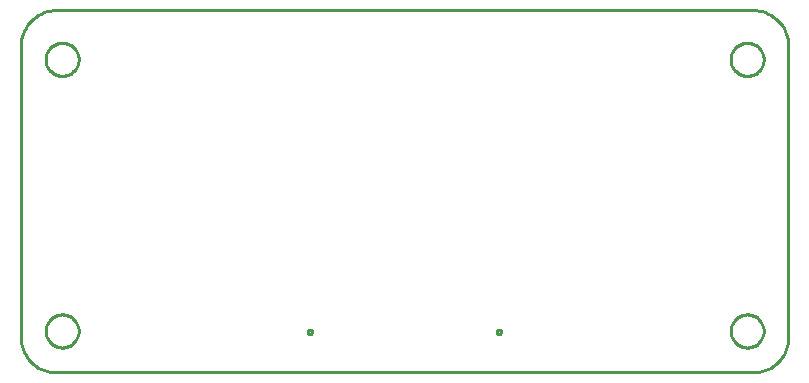
<source format=gbr>
G04 EAGLE Gerber RS-274X export*
G75*
%MOMM*%
%FSLAX34Y34*%
%LPD*%
%IN*%
%IPPOS*%
%AMOC8*
5,1,8,0,0,1.08239X$1,22.5*%
G01*
%ADD10C,0.254000*%


D10*
X254Y30000D02*
X368Y27385D01*
X710Y24791D01*
X1276Y22235D01*
X2063Y19739D01*
X3065Y17321D01*
X4273Y15000D01*
X5679Y12793D01*
X7273Y10716D01*
X9041Y8787D01*
X10970Y7019D01*
X13047Y5425D01*
X15254Y4019D01*
X17575Y2811D01*
X19993Y1809D01*
X22489Y1022D01*
X25045Y456D01*
X27639Y114D01*
X30254Y0D01*
X620254Y0D01*
X622869Y114D01*
X625463Y456D01*
X628019Y1022D01*
X630515Y1809D01*
X632933Y2811D01*
X635254Y4019D01*
X637461Y5425D01*
X639538Y7019D01*
X641467Y8787D01*
X643235Y10716D01*
X644829Y12793D01*
X646235Y15000D01*
X647443Y17321D01*
X648445Y19739D01*
X649232Y22235D01*
X649798Y24791D01*
X650140Y27385D01*
X650254Y30000D01*
X650254Y276604D01*
X650140Y279219D01*
X649798Y281813D01*
X649232Y284369D01*
X648445Y286865D01*
X647443Y289283D01*
X646235Y291604D01*
X644829Y293811D01*
X643235Y295888D01*
X641467Y297817D01*
X639538Y299585D01*
X637461Y301179D01*
X635254Y302585D01*
X632933Y303793D01*
X630515Y304795D01*
X628019Y305582D01*
X625463Y306148D01*
X622869Y306490D01*
X620254Y306604D01*
X30254Y306604D01*
X27639Y306490D01*
X25045Y306148D01*
X22489Y305582D01*
X19993Y304795D01*
X17575Y303793D01*
X15254Y302585D01*
X13047Y301179D01*
X10970Y299585D01*
X9041Y297817D01*
X7273Y295888D01*
X5679Y293811D01*
X4273Y291604D01*
X3065Y289283D01*
X2063Y286865D01*
X1276Y284369D01*
X710Y281813D01*
X368Y279219D01*
X254Y276604D01*
X254Y30000D01*
X247120Y34043D02*
X247043Y33657D01*
X246892Y33293D01*
X246674Y32965D01*
X246395Y32687D01*
X246067Y32468D01*
X245703Y32317D01*
X245317Y32240D01*
X244923Y32240D01*
X244537Y32317D01*
X244173Y32468D01*
X243845Y32687D01*
X243567Y32965D01*
X243348Y33293D01*
X243197Y33657D01*
X243120Y34043D01*
X243120Y34437D01*
X243197Y34823D01*
X243348Y35187D01*
X243567Y35515D01*
X243845Y35794D01*
X244173Y36012D01*
X244537Y36163D01*
X244923Y36240D01*
X245317Y36240D01*
X245703Y36163D01*
X246067Y36012D01*
X246395Y35794D01*
X246674Y35515D01*
X246892Y35187D01*
X247043Y34823D01*
X247120Y34437D01*
X247120Y34043D01*
X407120Y34043D02*
X407043Y33657D01*
X406892Y33293D01*
X406674Y32965D01*
X406395Y32687D01*
X406067Y32468D01*
X405703Y32317D01*
X405317Y32240D01*
X404923Y32240D01*
X404537Y32317D01*
X404173Y32468D01*
X403845Y32687D01*
X403567Y32965D01*
X403348Y33293D01*
X403197Y33657D01*
X403120Y34043D01*
X403120Y34437D01*
X403197Y34823D01*
X403348Y35187D01*
X403567Y35515D01*
X403845Y35794D01*
X404173Y36012D01*
X404537Y36163D01*
X404923Y36240D01*
X405317Y36240D01*
X405703Y36163D01*
X406067Y36012D01*
X406395Y35794D01*
X406674Y35515D01*
X406892Y35187D01*
X407043Y34823D01*
X407120Y34437D01*
X407120Y34043D01*
X49254Y264500D02*
X49183Y263503D01*
X49040Y262513D01*
X48828Y261536D01*
X48546Y260576D01*
X48197Y259639D01*
X47781Y258729D01*
X47302Y257852D01*
X46761Y257010D01*
X46162Y256210D01*
X45507Y255454D01*
X44800Y254747D01*
X44044Y254092D01*
X43244Y253493D01*
X42402Y252952D01*
X41525Y252473D01*
X40615Y252057D01*
X39678Y251708D01*
X38719Y251426D01*
X37741Y251214D01*
X36752Y251071D01*
X35754Y251000D01*
X34754Y251000D01*
X33757Y251071D01*
X32767Y251214D01*
X31790Y251426D01*
X30830Y251708D01*
X29893Y252057D01*
X28983Y252473D01*
X28106Y252952D01*
X27264Y253493D01*
X26464Y254092D01*
X25708Y254747D01*
X25001Y255454D01*
X24346Y256210D01*
X23747Y257010D01*
X23206Y257852D01*
X22727Y258729D01*
X22311Y259639D01*
X21962Y260576D01*
X21680Y261536D01*
X21468Y262513D01*
X21325Y263503D01*
X21254Y264500D01*
X21254Y265500D01*
X21325Y266498D01*
X21468Y267487D01*
X21680Y268465D01*
X21962Y269424D01*
X22311Y270361D01*
X22727Y271271D01*
X23206Y272148D01*
X23747Y272990D01*
X24346Y273790D01*
X25001Y274546D01*
X25708Y275253D01*
X26464Y275908D01*
X27264Y276507D01*
X28106Y277048D01*
X28983Y277527D01*
X29893Y277943D01*
X30830Y278292D01*
X31790Y278574D01*
X32767Y278786D01*
X33757Y278929D01*
X34754Y279000D01*
X35754Y279000D01*
X36752Y278929D01*
X37741Y278786D01*
X38719Y278574D01*
X39678Y278292D01*
X40615Y277943D01*
X41525Y277527D01*
X42402Y277048D01*
X43244Y276507D01*
X44044Y275908D01*
X44800Y275253D01*
X45507Y274546D01*
X46162Y273790D01*
X46761Y272990D01*
X47302Y272148D01*
X47781Y271271D01*
X48197Y270361D01*
X48546Y269424D01*
X48828Y268465D01*
X49040Y267487D01*
X49183Y266498D01*
X49254Y265500D01*
X49254Y264500D01*
X629254Y264500D02*
X629183Y263503D01*
X629040Y262513D01*
X628828Y261536D01*
X628546Y260576D01*
X628197Y259639D01*
X627781Y258729D01*
X627302Y257852D01*
X626761Y257010D01*
X626162Y256210D01*
X625507Y255454D01*
X624800Y254747D01*
X624044Y254092D01*
X623244Y253493D01*
X622402Y252952D01*
X621525Y252473D01*
X620615Y252057D01*
X619678Y251708D01*
X618719Y251426D01*
X617741Y251214D01*
X616752Y251071D01*
X615754Y251000D01*
X614754Y251000D01*
X613757Y251071D01*
X612767Y251214D01*
X611790Y251426D01*
X610830Y251708D01*
X609893Y252057D01*
X608983Y252473D01*
X608106Y252952D01*
X607264Y253493D01*
X606464Y254092D01*
X605708Y254747D01*
X605001Y255454D01*
X604346Y256210D01*
X603747Y257010D01*
X603206Y257852D01*
X602727Y258729D01*
X602311Y259639D01*
X601962Y260576D01*
X601680Y261536D01*
X601468Y262513D01*
X601325Y263503D01*
X601254Y264500D01*
X601254Y265500D01*
X601325Y266498D01*
X601468Y267487D01*
X601680Y268465D01*
X601962Y269424D01*
X602311Y270361D01*
X602727Y271271D01*
X603206Y272148D01*
X603747Y272990D01*
X604346Y273790D01*
X605001Y274546D01*
X605708Y275253D01*
X606464Y275908D01*
X607264Y276507D01*
X608106Y277048D01*
X608983Y277527D01*
X609893Y277943D01*
X610830Y278292D01*
X611790Y278574D01*
X612767Y278786D01*
X613757Y278929D01*
X614754Y279000D01*
X615754Y279000D01*
X616752Y278929D01*
X617741Y278786D01*
X618719Y278574D01*
X619678Y278292D01*
X620615Y277943D01*
X621525Y277527D01*
X622402Y277048D01*
X623244Y276507D01*
X624044Y275908D01*
X624800Y275253D01*
X625507Y274546D01*
X626162Y273790D01*
X626761Y272990D01*
X627302Y272148D01*
X627781Y271271D01*
X628197Y270361D01*
X628546Y269424D01*
X628828Y268465D01*
X629040Y267487D01*
X629183Y266498D01*
X629254Y265500D01*
X629254Y264500D01*
X629254Y34500D02*
X629183Y33503D01*
X629040Y32513D01*
X628828Y31536D01*
X628546Y30576D01*
X628197Y29639D01*
X627781Y28729D01*
X627302Y27852D01*
X626761Y27010D01*
X626162Y26210D01*
X625507Y25454D01*
X624800Y24747D01*
X624044Y24092D01*
X623244Y23493D01*
X622402Y22952D01*
X621525Y22473D01*
X620615Y22057D01*
X619678Y21708D01*
X618719Y21426D01*
X617741Y21214D01*
X616752Y21071D01*
X615754Y21000D01*
X614754Y21000D01*
X613757Y21071D01*
X612767Y21214D01*
X611790Y21426D01*
X610830Y21708D01*
X609893Y22057D01*
X608983Y22473D01*
X608106Y22952D01*
X607264Y23493D01*
X606464Y24092D01*
X605708Y24747D01*
X605001Y25454D01*
X604346Y26210D01*
X603747Y27010D01*
X603206Y27852D01*
X602727Y28729D01*
X602311Y29639D01*
X601962Y30576D01*
X601680Y31536D01*
X601468Y32513D01*
X601325Y33503D01*
X601254Y34500D01*
X601254Y35500D01*
X601325Y36498D01*
X601468Y37487D01*
X601680Y38465D01*
X601962Y39424D01*
X602311Y40361D01*
X602727Y41271D01*
X603206Y42148D01*
X603747Y42990D01*
X604346Y43790D01*
X605001Y44546D01*
X605708Y45253D01*
X606464Y45908D01*
X607264Y46507D01*
X608106Y47048D01*
X608983Y47527D01*
X609893Y47943D01*
X610830Y48292D01*
X611790Y48574D01*
X612767Y48786D01*
X613757Y48929D01*
X614754Y49000D01*
X615754Y49000D01*
X616752Y48929D01*
X617741Y48786D01*
X618719Y48574D01*
X619678Y48292D01*
X620615Y47943D01*
X621525Y47527D01*
X622402Y47048D01*
X623244Y46507D01*
X624044Y45908D01*
X624800Y45253D01*
X625507Y44546D01*
X626162Y43790D01*
X626761Y42990D01*
X627302Y42148D01*
X627781Y41271D01*
X628197Y40361D01*
X628546Y39424D01*
X628828Y38465D01*
X629040Y37487D01*
X629183Y36498D01*
X629254Y35500D01*
X629254Y34500D01*
X49254Y34500D02*
X49183Y33503D01*
X49040Y32513D01*
X48828Y31536D01*
X48546Y30576D01*
X48197Y29639D01*
X47781Y28729D01*
X47302Y27852D01*
X46761Y27010D01*
X46162Y26210D01*
X45507Y25454D01*
X44800Y24747D01*
X44044Y24092D01*
X43244Y23493D01*
X42402Y22952D01*
X41525Y22473D01*
X40615Y22057D01*
X39678Y21708D01*
X38719Y21426D01*
X37741Y21214D01*
X36752Y21071D01*
X35754Y21000D01*
X34754Y21000D01*
X33757Y21071D01*
X32767Y21214D01*
X31790Y21426D01*
X30830Y21708D01*
X29893Y22057D01*
X28983Y22473D01*
X28106Y22952D01*
X27264Y23493D01*
X26464Y24092D01*
X25708Y24747D01*
X25001Y25454D01*
X24346Y26210D01*
X23747Y27010D01*
X23206Y27852D01*
X22727Y28729D01*
X22311Y29639D01*
X21962Y30576D01*
X21680Y31536D01*
X21468Y32513D01*
X21325Y33503D01*
X21254Y34500D01*
X21254Y35500D01*
X21325Y36498D01*
X21468Y37487D01*
X21680Y38465D01*
X21962Y39424D01*
X22311Y40361D01*
X22727Y41271D01*
X23206Y42148D01*
X23747Y42990D01*
X24346Y43790D01*
X25001Y44546D01*
X25708Y45253D01*
X26464Y45908D01*
X27264Y46507D01*
X28106Y47048D01*
X28983Y47527D01*
X29893Y47943D01*
X30830Y48292D01*
X31790Y48574D01*
X32767Y48786D01*
X33757Y48929D01*
X34754Y49000D01*
X35754Y49000D01*
X36752Y48929D01*
X37741Y48786D01*
X38719Y48574D01*
X39678Y48292D01*
X40615Y47943D01*
X41525Y47527D01*
X42402Y47048D01*
X43244Y46507D01*
X44044Y45908D01*
X44800Y45253D01*
X45507Y44546D01*
X46162Y43790D01*
X46761Y42990D01*
X47302Y42148D01*
X47781Y41271D01*
X48197Y40361D01*
X48546Y39424D01*
X48828Y38465D01*
X49040Y37487D01*
X49183Y36498D01*
X49254Y35500D01*
X49254Y34500D01*
M02*

</source>
